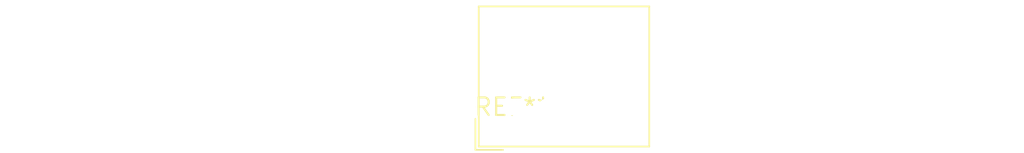
<source format=kicad_pcb>
(kicad_pcb (version 20240108) (generator pcbnew)
  (layers (0 "F.Cu" signal) (31 "B.Cu" signal) (34 "B.Paste" user) (35 "F.Paste" user) (36 "B.SilkS" user "B.Silkscreen") (37 "F.SilkS" user "F.Silkscreen") (38 "B.Mask" user) (39 "F.Mask" user) (44 "Edge.Cuts" user))
  (net 0 "")
  (footprint "TerminalBlock_Phoenix_PTSM-0,5-4-2.5-H-THR_1x04_P2.50mm_Horizontal" (layer "F.Cu") (at 0 0)
    (property "Reference" "REF**")
    (property "Value" "TerminalBlock_Phoenix_PTSM-0,5-4-2.5-H-THR_1x04_P2.50mm_Horizontal")
    (fp_line (start -2.65 0.86) (end -2.65 3.1) (layer "F.SilkS") (stroke (width 0.12)))
    (fp_line (start -2.65 3.1) (end -0.65 3.1) (layer "F.SilkS") (stroke (width 0.12)))
    (fp_line (start -2.41 -7.26) (end -2.41 2.86) (layer "F.SilkS") (stroke (width 0.12)))
    (fp_line (start -2.41 -7.26) (end 9.91 -7.26) (layer "F.SilkS") (stroke (width 0.12)))
    (fp_line (start -2.41 2.86) (end 9.91 2.86) (layer "F.SilkS") (stroke (width 0.12)))
    (fp_line (start 9.91 -7.26) (end 9.91 2.86) (layer "F.SilkS") (stroke (width 0.12)))
    (pad "1" thru_hole rect (at 0 -5) (size 1.8 3) (drill 1.2) (layers *.Cu *.Mask) (remove_unused_layers))
    (pad "1" thru_hole rect (at 0 0) (size 1.8 3) (drill 1.2) (layers *.Cu *.Mask) (remove_unused_layers))
    (pad "2" thru_hole oval (at 2.5 -5) (size 1.8 3) (drill 1.2) (layers *.Cu *.Mask) (remove_unused_layers))
    (pad "2" thru_hole oval (at 2.5 0) (size 1.8 3) (drill 1.2) (layers *.Cu *.Mask) (remove_unused_layers))
    (pad "3" thru_hole oval (at 5 -5) (size 1.8 3) (drill 1.2) (layers *.Cu *.Mask) (remove_unused_layers))
    (pad "3" thru_hole oval (at 5 0) (size 1.8 3) (drill 1.2) (layers *.Cu *.Mask) (remove_unused_layers))
    (pad "4" thru_hole oval (at 7.5 -5) (size 1.8 3) (drill 1.2) (layers *.Cu *.Mask) (remove_unused_layers))
    (pad "4" thru_hole oval (at 7.5 0) (size 1.8 3) (drill 1.2) (layers *.Cu *.Mask) (remove_unused_layers))
  )
)
</source>
